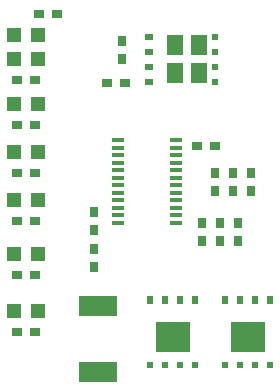
<source format=gbr>
G04 EAGLE Gerber RS-274X export*
G75*
%MOMM*%
%FSLAX34Y34*%
%LPD*%
%INSolderpaste Top*%
%IPPOS*%
%AMOC8*
5,1,8,0,0,1.08239X$1,22.5*%
G01*
%ADD10R,1.000000X0.330000*%
%ADD11R,1.200000X1.300000*%
%ADD12R,0.900000X0.800000*%
%ADD13R,0.800000X0.900000*%
%ADD14R,3.200000X1.800000*%
%ADD15R,2.909431X2.605869*%
%ADD16R,0.500000X0.650000*%
%ADD17R,0.500000X0.550000*%
%ADD18R,1.420000X1.660000*%
%ADD19R,0.545000X0.500000*%
%ADD20R,0.650000X0.500000*%


D10*
X148860Y279400D03*
X148860Y273050D03*
X148860Y266700D03*
X148860Y260350D03*
X148860Y254000D03*
X148860Y247650D03*
X148860Y241300D03*
X148860Y234950D03*
X148860Y228600D03*
X148860Y222250D03*
X148860Y215900D03*
X148860Y209550D03*
X198360Y279400D03*
X198360Y273050D03*
X198360Y266700D03*
X198360Y260350D03*
X198360Y254000D03*
X198360Y247650D03*
X198360Y241300D03*
X198360Y234950D03*
X198360Y228600D03*
X198360Y222250D03*
X198360Y215900D03*
X198360Y209550D03*
D11*
X60960Y368300D03*
X81280Y368300D03*
D12*
X97790Y386080D03*
X82550Y386080D03*
X63500Y330200D03*
X78740Y330200D03*
X63500Y292100D03*
X78740Y292100D03*
X63500Y251460D03*
X78740Y251460D03*
X63500Y210820D03*
X78740Y210820D03*
X63500Y165100D03*
X78740Y165100D03*
D11*
X60960Y347980D03*
X81280Y347980D03*
X60960Y309880D03*
X81280Y309880D03*
X60960Y269240D03*
X81280Y269240D03*
X60960Y228600D03*
X81280Y228600D03*
X60960Y182880D03*
X81280Y182880D03*
X60960Y134620D03*
X81280Y134620D03*
D12*
X63500Y116840D03*
X78740Y116840D03*
D13*
X129286Y171958D03*
X129286Y187198D03*
X129286Y218440D03*
X129286Y203200D03*
D12*
X215900Y274320D03*
X231140Y274320D03*
D14*
X132080Y138998D03*
X132080Y82998D03*
D13*
X231140Y236220D03*
X231140Y251460D03*
D15*
X195579Y112241D03*
D16*
X214630Y144390D03*
X201930Y144390D03*
X189230Y144390D03*
X176530Y144390D03*
D17*
X176530Y88890D03*
X189230Y88890D03*
X201930Y88890D03*
X214630Y88890D03*
D18*
X197500Y359480D03*
D19*
X231175Y367030D03*
X231175Y354330D03*
X231175Y341630D03*
X231175Y328930D03*
D18*
X197500Y336480D03*
X218100Y359480D03*
X218100Y336480D03*
D20*
X175650Y367030D03*
X175650Y354330D03*
X175650Y341630D03*
X175650Y328930D03*
D12*
X139700Y327660D03*
X154940Y327660D03*
D13*
X152400Y347980D03*
X152400Y363220D03*
D15*
X259079Y112241D03*
D16*
X278130Y144390D03*
X265430Y144390D03*
X252730Y144390D03*
X240030Y144390D03*
D17*
X240030Y88890D03*
X252730Y88890D03*
X265430Y88890D03*
X278130Y88890D03*
D13*
X235204Y193548D03*
X235204Y208788D03*
X219964Y193548D03*
X219964Y208788D03*
X250444Y193548D03*
X250444Y208788D03*
X246380Y236220D03*
X246380Y251460D03*
X261620Y236220D03*
X261620Y251460D03*
M02*

</source>
